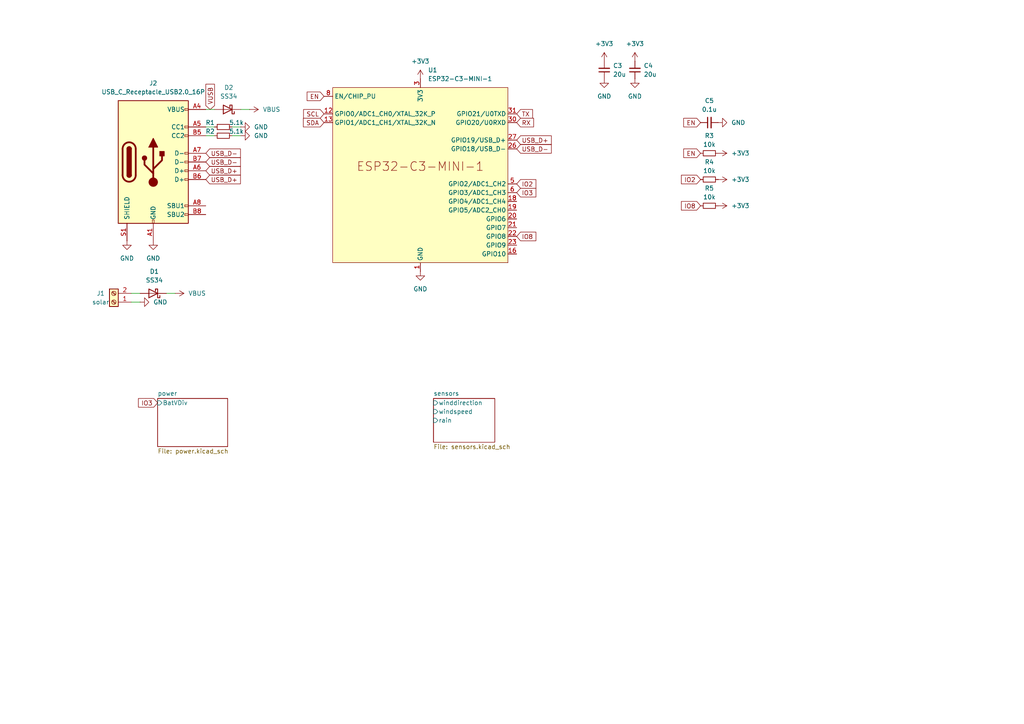
<source format=kicad_sch>
(kicad_sch (version 20231120) (generator "eeschema") (generator_version "8.0")
  (paper "A4")
  (lib_symbols
    (symbol "Connector:Screw_Terminal_01x02" (pin_names (offset 1.016) hide)
      (property "Reference" "J" (at 0 2.54 0))
      (property "Value" "Screw_Terminal_01x02" (at 0 -5.08 0))
      (symbol "Screw_Terminal_01x02_1_1"
        (rectangle (start -1.27 1.27) (end 1.27 -3.81) (stroke (width 0.254)) (fill (type background)))
        (circle (center 0 -2.54) (radius 0.635) (stroke (width 0.1524)))
        (polyline (pts (xy -0.5334 -2.2098) (xy 0.3302 -3.048)) (stroke (width 0.1524)))
        (polyline (pts (xy -0.5334 0.3302) (xy 0.3302 -0.508)) (stroke (width 0.1524)))
        (polyline (pts (xy -0.3556 -2.032) (xy 0.508 -2.8702)) (stroke (width 0.1524)))
        (polyline (pts (xy -0.3556 0.508) (xy 0.508 -0.3302)) (stroke (width 0.1524)))
        (circle (center 0 0) (radius 0.635) (stroke (width 0.1524)))
        (pin passive line (at -5.08 0 0) (length 3.81) (name "Pin_1") (number "1"))
        (pin passive line (at -5.08 -2.54 0) (length 3.81) (name "Pin_2") (number "2"))
      )
    )
    (symbol "Connector:USB_C_Receptacle_USB2.0_16P" (pin_names (offset 1.016))
      (property "Reference" "J" (at 0 22.225 0))
      (property "Value" "USB_C_Receptacle_USB2.0_16P" (at 0 19.685 0))
      (symbol "USB_C_Receptacle_USB2.0_16P_0_0"
        (rectangle (start -0.254 -17.78) (end 0.254 -16.764))
        (rectangle (start 10.16 -14.986) (end 9.144 -15.494))
        (rectangle (start 10.16 -12.446) (end 9.144 -12.954))
        (rectangle (start 10.16 -4.826) (end 9.144 -5.334))
        (rectangle (start 10.16 -2.286) (end 9.144 -2.794))
        (rectangle (start 10.16 0.254) (end 9.144 -0.254))
        (rectangle (start 10.16 2.794) (end 9.144 2.286))
        (rectangle (start 10.16 7.874) (end 9.144 7.366))
        (rectangle (start 10.16 10.414) (end 9.144 9.906))
        (rectangle (start 10.16 15.494) (end 9.144 14.986))
      )
      (symbol "USB_C_Receptacle_USB2.0_16P_0_1"
        (rectangle (start -10.16 17.78) (end 10.16 -17.78) (stroke (width 0.254)) (fill (type background)))
        (arc (start -8.89 -3.81) (mid -6.985 -5.7067) (end -5.08 -3.81) (stroke (width 0.508)))
        (arc (start -7.62 -3.81) (mid -6.985 -4.4423) (end -6.35 -3.81) (stroke (width 0.254)))
        (arc (start -7.62 -3.81) (mid -6.985 -4.4423) (end -6.35 -3.81) (stroke (width 0.254)) (fill (type outline)))
        (rectangle (start -7.62 -3.81) (end -6.35 3.81) (stroke (width 0.254)) (fill (type outline)))
        (arc (start -6.35 3.81) (mid -6.985 4.4423) (end -7.62 3.81) (stroke (width 0.254)))
        (arc (start -6.35 3.81) (mid -6.985 4.4423) (end -7.62 3.81) (stroke (width 0.254)) (fill (type outline)))
        (arc (start -5.08 3.81) (mid -6.985 5.7067) (end -8.89 3.81) (stroke (width 0.508)))
        (circle (center -2.54 1.143) (radius 0.635) (stroke (width 0.254)) (fill (type outline)))
        (circle (center 0 -5.842) (radius 1.27) (fill (type outline)))
        (polyline (pts (xy -8.89 -3.81) (xy -8.89 3.81)) (stroke (width 0.508)))
        (polyline (pts (xy -5.08 3.81) (xy -5.08 -3.81)) (stroke (width 0.508)))
        (polyline (pts (xy 0 -5.842) (xy 0 4.318)) (stroke (width 0.508)))
        (polyline (pts (xy 0 -3.302) (xy -2.54 -0.762) (xy -2.54 0.508)) (stroke (width 0.508)))
        (polyline (pts (xy 0 -2.032) (xy 2.54 0.508) (xy 2.54 1.778)) (stroke (width 0.508)))
        (polyline (pts (xy -1.27 4.318) (xy 0 6.858) (xy 1.27 4.318) (xy -1.27 4.318)) (stroke (width 0.254)) (fill (type outline)))
        (rectangle (start 1.905 1.778) (end 3.175 3.048) (stroke (width 0.254)) (fill (type outline)))
      )
      (symbol "USB_C_Receptacle_USB2.0_16P_1_1"
        (pin passive line (at 0 -22.86 90) (length 5.08) (name "GND") (number "A1"))
        (pin passive line (at 0 -22.86 90) (length 5.08) hide (name "GND") (number "A12"))
        (pin passive line (at 15.24 15.24 180) (length 5.08) (name "VBUS") (number "A4"))
        (pin bidirectional line (at 15.24 10.16 180) (length 5.08) (name "CC1") (number "A5"))
        (pin bidirectional line (at 15.24 -2.54 180) (length 5.08) (name "D+") (number "A6"))
        (pin bidirectional line (at 15.24 2.54 180) (length 5.08) (name "D-") (number "A7"))
        (pin bidirectional line (at 15.24 -12.7 180) (length 5.08) (name "SBU1") (number "A8"))
        (pin passive line (at 15.24 15.24 180) (length 5.08) hide (name "VBUS") (number "A9"))
        (pin passive line (at 0 -22.86 90) (length 5.08) hide (name "GND") (number "B1"))
        (pin passive line (at 0 -22.86 90) (length 5.08) hide (name "GND") (number "B12"))
        (pin passive line (at 15.24 15.24 180) (length 5.08) hide (name "VBUS") (number "B4"))
        (pin bidirectional line (at 15.24 7.62 180) (length 5.08) (name "CC2") (number "B5"))
        (pin bidirectional line (at 15.24 -5.08 180) (length 5.08) (name "D+") (number "B6"))
        (pin bidirectional line (at 15.24 0 180) (length 5.08) (name "D-") (number "B7"))
        (pin bidirectional line (at 15.24 -15.24 180) (length 5.08) (name "SBU2") (number "B8"))
        (pin passive line (at 15.24 15.24 180) (length 5.08) hide (name "VBUS") (number "B9"))
        (pin passive line (at -7.62 -22.86 90) (length 5.08) (name "SHIELD") (number "S1"))
      )
    )
    (symbol "Device:C_Small" (pin_numbers hide) (pin_names (offset 0.254) hide)
      (property "Reference" "C" (at 0.254 1.778 0))
      (property "Value" "C_Small" (at 0.254 -2.032 0))
      (symbol "C_Small_0_1"
        (polyline (pts (xy -1.524 -0.508) (xy 1.524 -0.508)) (stroke (width 0.3302)))
        (polyline (pts (xy -1.524 0.508) (xy 1.524 0.508)) (stroke (width 0.3048)))
      )
      (symbol "C_Small_1_1"
        (pin passive line (at 0 2.54 270) (length 2.032) (name "~") (number "1"))
        (pin passive line (at 0 -2.54 90) (length 2.032) (name "~") (number "2"))
      )
    )
    (symbol "Device:R_Small" (pin_numbers hide) (pin_names (offset 0.254) hide)
      (property "Reference" "R" (at 0.762 0.508 0))
      (property "Value" "R_Small" (at 0.762 -1.016 0))
      (symbol "R_Small_0_1"
        (rectangle (start -0.762 1.778) (end 0.762 -1.778) (stroke (width 0.2032)))
      )
      (symbol "R_Small_1_1"
        (pin passive line (at 0 2.54 270) (length 0.762) (name "~") (number "1"))
        (pin passive line (at 0 -2.54 90) (length 0.762) (name "~") (number "2"))
      )
    )
    (symbol "Diode:SS34" (pin_numbers hide) (pin_names (offset 1.016) hide)
      (property "Reference" "D" (at 0 2.54 0))
      (property "Value" "SS34" (at 0 -2.54 0))
      (symbol "SS34_0_1"
        (polyline (pts (xy 1.27 0) (xy -1.27 0)))
        (polyline (pts (xy 1.27 1.27) (xy 1.27 -1.27) (xy -1.27 0) (xy 1.27 1.27)) (stroke (width 0.254)))
        (polyline (pts (xy -1.905 0.635) (xy -1.905 1.27) (xy -1.27 1.27) (xy -1.27 -1.27) (xy -0.635 -1.27) (xy -0.635 -0.635)) (stroke (width 0.254)))
      )
      (symbol "SS34_1_1"
        (pin passive line (at -3.81 0 0) (length 2.54) (name "K") (number "1"))
        (pin passive line (at 3.81 0 180) (length 2.54) (name "A") (number "2"))
      )
    )
    (symbol "PCM_Espressif:ESP32-C3-MINI-1"
      (property "Reference" "U" (at -25.4 30.48 0))
      (property "Value" "ESP32-C3-MINI-1" (at -25.4 27.94 0))
      (symbol "ESP32-C3-MINI-1_0_0"
        (text "ESP32-C3-MINI-1" (at 0 2.54 0) (effects (font (size 2.54 2.54))))
      )
      (symbol "ESP32-C3-MINI-1_0_1"
        (rectangle (start -25.4 25.4) (end 25.4 -25.4) (fill (type background)))
      )
      (symbol "ESP32-C3-MINI-1_1_1"
        (pin power_in line (at 0 -27.94 90) (length 2.54) (name "GND") (number "1"))
        (pin no_connect line (at -25.4 2.54 0) (length 2.54) hide (name "NC") (number "10"))
        (pin passive line (at 0 -27.94 90) (length 2.54) hide (name "GND") (number "11"))
        (pin bidirectional line (at -27.94 17.78 0) (length 2.54) (name "GPIO0/ADC1_CH0/XTAL_32K_P") (number "12"))
        (pin bidirectional line (at -27.94 15.24 0) (length 2.54) (name "GPIO1/ADC1_CH1/XTAL_32K_N") (number "13"))
        (pin passive line (at 0 -27.94 90) (length 2.54) hide (name "GND") (number "14"))
        (pin no_connect line (at -25.4 0 0) (length 2.54) hide (name "NC") (number "15"))
        (pin bidirectional line (at 27.94 -22.86 180) (length 2.54) (name "GPIO10") (number "16"))
        (pin no_connect line (at -25.4 -2.54 0) (length 2.54) hide (name "NC") (number "17"))
        (pin bidirectional line (at 27.94 -7.62 180) (length 2.54) (name "GPIO4/ADC1_CH4") (number "18"))
        (pin bidirectional line (at 27.94 -10.16 180) (length 2.54) (name "GPIO5/ADC2_CH0") (number "19"))
        (pin passive line (at 0 -27.94 90) (length 2.54) hide (name "GND") (number "2"))
        (pin bidirectional line (at 27.94 -12.7 180) (length 2.54) (name "GPIO6") (number "20"))
        (pin bidirectional line (at 27.94 -15.24 180) (length 2.54) (name "GPIO7") (number "21"))
        (pin bidirectional line (at 27.94 -17.78 180) (length 2.54) (name "GPIO8") (number "22"))
        (pin bidirectional line (at 27.94 -20.32 180) (length 2.54) (name "GPIO9") (number "23"))
        (pin no_connect line (at -25.4 -5.08 0) (length 2.54) hide (name "NC") (number "24"))
        (pin no_connect line (at -25.4 -7.62 0) (length 2.54) hide (name "NC") (number "25"))
        (pin bidirectional line (at 27.94 7.62 180) (length 2.54) (name "GPIO18/USB_D-") (number "26"))
        (pin bidirectional line (at 27.94 10.16 180) (length 2.54) (name "GPIO19/USB_D+") (number "27"))
        (pin no_connect line (at -25.4 -10.16 0) (length 2.54) hide (name "NC") (number "28"))
        (pin no_connect line (at -25.4 -12.7 0) (length 2.54) hide (name "NC") (number "29"))
        (pin power_in line (at 0 27.94 270) (length 2.54) (name "3V3") (number "3"))
        (pin bidirectional line (at 27.94 15.24 180) (length 2.54) (name "GPIO20/U0RXD") (number "30"))
        (pin bidirectional line (at 27.94 17.78 180) (length 2.54) (name "GPIO21/U0TXD") (number "31"))
        (pin no_connect line (at -25.4 -15.24 0) (length 2.54) hide (name "NC") (number "32"))
        (pin no_connect line (at -25.4 -17.78 0) (length 2.54) hide (name "NC") (number "33"))
        (pin no_connect line (at -25.4 -20.32 0) (length 2.54) hide (name "NC") (number "34"))
        (pin no_connect line (at -25.4 -22.86 0) (length 2.54) hide (name "NC") (number "35"))
        (pin passive line (at 0 -27.94 90) (length 2.54) hide (name "GND") (number "36"))
        (pin passive line (at 0 -27.94 90) (length 2.54) hide (name "GND") (number "37"))
        (pin passive line (at 0 -27.94 90) (length 2.54) hide (name "GND") (number "38"))
        (pin passive line (at 0 -27.94 90) (length 2.54) hide (name "GND") (number "39"))
        (pin no_connect line (at -25.4 10.16 0) (length 2.54) hide (name "NC") (number "4"))
        (pin passive line (at 0 -27.94 90) (length 2.54) hide (name "GND") (number "40"))
        (pin passive line (at 0 -27.94 90) (length 2.54) hide (name "GND") (number "41"))
        (pin passive line (at 0 -27.94 90) (length 2.54) hide (name "GND") (number "42"))
        (pin passive line (at 0 -27.94 90) (length 2.54) hide (name "GND") (number "43"))
        (pin passive line (at 0 -27.94 90) (length 2.54) hide (name "GND") (number "44"))
        (pin passive line (at 0 -27.94 90) (length 2.54) hide (name "GND") (number "45"))
        (pin passive line (at 0 -27.94 90) (length 2.54) hide (name "GND") (number "46"))
        (pin passive line (at 0 -27.94 90) (length 2.54) hide (name "GND") (number "47"))
        (pin passive line (at 0 -27.94 90) (length 2.54) hide (name "GND") (number "48"))
        (pin passive line (at 0 -27.94 90) (length 2.54) hide (name "GND") (number "49"))
        (pin bidirectional line (at 27.94 -2.54 180) (length 2.54) (name "GPIO2/ADC1_CH2") (number "5"))
        (pin passive line (at 0 -27.94 90) (length 2.54) hide (name "GND") (number "50"))
        (pin passive line (at 0 -27.94 90) (length 2.54) hide (name "GND") (number "51"))
        (pin passive line (at 0 -27.94 90) (length 2.54) hide (name "GND") (number "52"))
        (pin passive line (at 0 -27.94 90) (length 2.54) hide (name "GND") (number "53"))
        (pin bidirectional line (at 27.94 -5.08 180) (length 2.54) (name "GPIO3/ADC1_CH3") (number "6"))
        (pin no_connect line (at -25.4 7.62 0) (length 2.54) hide (name "NC") (number "7"))
        (pin input line (at -27.94 22.86 0) (length 2.54) (name "EN/CHIP_PU") (number "8"))
        (pin no_connect line (at -25.4 5.08 0) (length 2.54) hide (name "NC") (number "9"))
      )
    )
    (symbol "power:+3V3" (power) (pin_numbers hide) (pin_names (offset 0) hide)
      (property "Value" "+3V3" (at 0 3.556 0))
      (symbol "+3V3_0_1"
        (polyline (pts (xy -0.762 1.27) (xy 0 2.54)))
        (polyline (pts (xy 0 0) (xy 0 2.54)))
        (polyline (pts (xy 0 2.54) (xy 0.762 1.27)))
      )
      (symbol "+3V3_1_1"
        (pin power_in line (at 0 0 90) (length 0) (name "~") (number "1"))
      )
    )
    (symbol "power:GND" (power) (pin_numbers hide) (pin_names (offset 0) hide)
      (property "Value" "GND" (at 0 -3.81 0))
      (symbol "GND_0_1"
        (polyline (pts (xy 0 0) (xy 0 -1.27) (xy 1.27 -1.27) (xy 0 -2.54) (xy -1.27 -1.27) (xy 0 -1.27)))
      )
      (symbol "GND_1_1"
        (pin power_in line (at 0 0 270) (length 0) (name "~") (number "1"))
      )
    )
    (symbol "power:VBUS" (power) (pin_numbers hide) (pin_names (offset 0) hide)
      (property "Value" "VBUS" (at 0 3.556 0))
      (symbol "VBUS_0_1"
        (polyline (pts (xy -0.762 1.27) (xy 0 2.54)))
        (polyline (pts (xy 0 0) (xy 0 2.54)))
        (polyline (pts (xy 0 2.54) (xy 0.762 1.27)))
      )
      (symbol "VBUS_1_1"
        (pin power_in line (at 0 0 90) (length 0) (name "~") (number "1"))
      )
    )
  )
  (wire (pts (xy 69.85 39.37) (xy 67.31 39.37)))
  (wire (pts (xy 50.8 85.09) (xy 48.26 85.09)))
  (wire (pts (xy 72.39 31.75) (xy 69.85 31.75)))
  (wire (pts (xy 69.85 36.83) (xy 67.31 36.83)))
  (wire (pts (xy 62.23 36.83) (xy 59.69 36.83)))
  (wire (pts (xy 62.23 31.75) (xy 59.69 31.75)))
  (wire (pts (xy 62.23 39.37) (xy 59.69 39.37)))
  (wire (pts (xy 40.64 85.09) (xy 38.1 85.09)))
  (wire (pts (xy 40.64 87.63) (xy 38.1 87.63)))
  (global_label "RX" (shape input) (at 149.86 35.56 0) (property "Intersheetrefs" "${INTERSHEET_REFS}" (effects (hide yes))))
  (global_label "IO8" (shape input) (at 203.2 59.69 180) (property "Intersheetrefs" "${INTERSHEET_REFS}" (effects (hide yes))))
  (global_label "USB_D-" (shape input) (at 149.86 43.18 0) (property "Intersheetrefs" "${INTERSHEET_REFS}" (effects (hide yes))))
  (global_label "VUSB" (shape input) (at 60.96 31.75 90) (property "Intersheetrefs" "${INTERSHEET_REFS}" (effects (hide yes))))
  (global_label "USB_D+" (shape input) (at 149.86 40.64 0) (property "Intersheetrefs" "${INTERSHEET_REFS}" (effects (hide yes))))
  (global_label "USB_D+" (shape input) (at 59.69 49.53 0) (property "Intersheetrefs" "${INTERSHEET_REFS}" (effects (hide yes))))
  (global_label "EN" (shape input) (at 93.98 27.94 180) (property "Intersheetrefs" "${INTERSHEET_REFS}" (effects (hide yes))))
  (global_label "EN" (shape input) (at 203.2 35.56 180) (property "Intersheetrefs" "${INTERSHEET_REFS}" (effects (hide yes))))
  (global_label "IO2" (shape input) (at 203.2 52.07 180) (property "Intersheetrefs" "${INTERSHEET_REFS}" (effects (hide yes))))
  (global_label "SCL" (shape input) (at 93.98 33.02 180) (property "Intersheetrefs" "${INTERSHEET_REFS}" (effects (hide yes))))
  (global_label "EN" (shape input) (at 203.2 44.45 180) (property "Intersheetrefs" "${INTERSHEET_REFS}" (effects (hide yes))))
  (global_label "USB_D-" (shape input) (at 59.69 44.45 0) (property "Intersheetrefs" "${INTERSHEET_REFS}" (effects (hide yes))))
  (global_label "IO2" (shape input) (at 149.86 53.34 0) (property "Intersheetrefs" "${INTERSHEET_REFS}" (effects (hide yes))))
  (global_label "IO8" (shape input) (at 149.86 68.58 0) (property "Intersheetrefs" "${INTERSHEET_REFS}" (effects (hide yes))))
  (global_label "USB_D+" (shape input) (at 59.69 52.07 0) (property "Intersheetrefs" "${INTERSHEET_REFS}" (effects (hide yes))))
  (global_label "SDA" (shape input) (at 93.98 35.56 180) (property "Intersheetrefs" "${INTERSHEET_REFS}" (effects (hide yes))))
  (global_label "IO3" (shape input) (at 149.86 55.88 0) (property "Intersheetrefs" "${INTERSHEET_REFS}" (effects (hide yes))))
  (global_label "IO3" (shape input) (at 45.72 116.84 180) (property "Intersheetrefs" "${INTERSHEET_REFS}" (effects (hide yes))))
  (global_label "USB_D-" (shape input) (at 59.69 46.99 0) (property "Intersheetrefs" "${INTERSHEET_REFS}" (effects (hide yes))))
  (global_label "TX" (shape input) (at 149.86 33.02 0) (property "Intersheetrefs" "${INTERSHEET_REFS}" (effects (hide yes))))
  (symbol (lib_id "power:GND") (at 208.28 35.56 90) (unit 1)
    (property "Reference" "#PWR016" (effects (hide yes)))
    (property "Value" "GND" (at 212.09 35.5599 90) (effects (justify right)))
    (property "Description" "Power symbol creates a global label with name \"GND\" , ground" (effects (hide yes)))
  )
  (symbol (lib_id "Device:R_Small") (at 205.74 44.45 90) (unit 1)
    (property "Reference" "R3" (at 205.74 39.37 90))
    (property "Value" "10k" (at 205.74 41.91 90))
    (property "Footprint" "Resistor_SMD:R_0603_1608Metric" (effects (hide yes)))
    (property "Description" "Resistor, small symbol" (effects (hide yes)))
  )
  (symbol (lib_id "power:GND") (at 184.15 22.86 0) (unit 1)
    (property "Reference" "#PWR015" (effects (hide yes)))
    (property "Value" "GND" (at 184.15 27.94 0))
    (property "Description" "Power symbol creates a global label with name \"GND\" , ground" (effects (hide yes)))
  )
  (symbol (lib_id "Device:C_Small") (at 205.74 35.56 90) (unit 1)
    (property "Reference" "C5" (at 205.7463 29.21 90))
    (property "Value" "0.1u" (at 205.7463 31.75 90))
    (property "Footprint" "Capacitor_SMD:C_0603_1608Metric" (effects (hide yes)))
    (property "Description" "Unpolarized capacitor, small symbol" (effects (hide yes)))
  )
  (symbol (lib_id "power:GND") (at 69.85 39.37 90) (unit 1)
    (property "Reference" "#PWR06" (effects (hide yes)))
    (property "Value" "GND" (at 73.66 39.37 90) (effects (justify right)))
  )
  (symbol (lib_id "power:+3V3") (at 208.28 59.69 270) (unit 1)
    (property "Reference" "#PWR019" (effects (hide yes)))
    (property "Value" "+3V3" (at 212.09 59.6899 90) (effects (justify left)))
    (property "Description" "Power symbol creates a global label with name \"+3V3\"" (effects (hide yes)))
  )
  (symbol (lib_id "Connector:USB_C_Receptacle_USB2.0_16P") (at 44.45 46.99 0) (unit 1)
    (property "Reference" "J2" (at 44.45 24.13 0))
    (property "Value" "USB_C_Receptacle_USB2.0_16P" (at 44.45 26.67 0))
    (property "Footprint" "Connector_USB:USB_C_Receptacle_GCT_USB4105-xx-A_16P_TopMnt_Horizontal" (effects (hide yes)))
    (property "Datasheet" "https://www.usb.org/sites/default/files/documents/usb_type-c.zip" (effects (hide yes)))
    (property "Description" "USB 2.0-only 16P Type-C Receptacle connector" (effects (hide yes)))
  )
  (symbol (lib_id "Device:R_Small") (at 205.74 52.07 90) (unit 1)
    (property "Reference" "R4" (at 205.74 46.99 90))
    (property "Value" "10k" (at 205.74 49.53 90))
    (property "Footprint" "Resistor_SMD:R_0603_1608Metric" (effects (hide yes)))
    (property "Description" "Resistor, small symbol" (effects (hide yes)))
  )
  (symbol (lib_id "Diode:SS34") (at 66.04 31.75 180) (unit 1)
    (property "Reference" "D2" (at 66.3575 25.4 0))
    (property "Value" "SS34" (at 66.3575 27.94 0))
    (property "Footprint" "Diode_SMD:D_SMA" (effects (hide yes)))
    (property "Datasheet" "https://www.vishay.com/docs/88751/ss32.pdf" (effects (hide yes)))
    (property "Description" "40V 3A Schottky Diode, SMA" (effects (hide yes)))
  )
  (symbol (lib_id "power:GND") (at 36.83 69.85 0) (unit 1)
    (property "Reference" "#PWR01" (effects (hide yes)))
    (property "Value" "GND" (at 36.83 74.93 0))
    (property "Description" "Power symbol creates a global label with name \"GND\" , ground" (effects (hide yes)))
  )
  (symbol (lib_id "Device:R_Small") (at 64.77 39.37 90) (unit 1)
    (property "Reference" "R2" (at 60.96 38.1 90))
    (property "Value" "5.1k" (at 68.58 38.1 90))
    (property "Footprint" "Resistor_SMD:R_0603_1608Metric" (effects (hide yes)))
  )
  (symbol (lib_id "Connector:Screw_Terminal_01x02") (at 33.02 87.63 180) (unit 1)
    (property "Reference" "J1" (at 29.21 85.09 0))
    (property "Value" "solar" (at 29.21 87.63 0))
    (property "Footprint" "Connector_Phoenix_MC:PhoenixContact_MC_1,5_2-G-3.5_1x02_P3.50mm_Horizontal" (effects (hide yes)))
    (property "Description" "Generic screw terminal, single row, 01x02, script generated (kicad-library-utils/schlib/autogen/connector/)" (effects (hide yes)))
  )
  (symbol (lib_id "Device:R_Small") (at 64.77 36.83 90) (unit 1)
    (property "Reference" "R1" (at 60.96 35.56 90))
    (property "Value" "5.1k" (at 68.58 35.56 90))
    (property "Footprint" "Resistor_SMD:R_0603_1608Metric" (effects (hide yes)))
  )
  (symbol (lib_id "power:+3V3") (at 208.28 44.45 270) (unit 1)
    (property "Reference" "#PWR017" (effects (hide yes)))
    (property "Value" "+3V3" (at 212.09 44.4499 90) (effects (justify left)))
    (property "Description" "Power symbol creates a global label with name \"+3V3\"" (effects (hide yes)))
  )
  (symbol (lib_id "Device:C_Small") (at 175.26 20.32 180) (unit 1)
    (property "Reference" "C3" (at 177.8 19.0435 0) (effects (justify right)))
    (property "Value" "20u" (at 177.8 21.5835 0) (effects (justify right)))
    (property "Footprint" "Capacitor_SMD:C_0603_1608Metric" (effects (hide yes)))
    (property "Description" "Unpolarized capacitor, small symbol" (effects (hide yes)))
  )
  (symbol (lib_id "power:+3V3") (at 121.92 22.86 0) (unit 1)
    (property "Reference" "#PWR010" (effects (hide yes)))
    (property "Value" "+3V3" (at 121.92 17.78 0))
    (property "Description" "Power symbol creates a global label with name \"+3V3\"" (effects (hide yes)))
  )
  (symbol (lib_id "power:+3V3") (at 184.15 17.78 0) (unit 1)
    (property "Reference" "#PWR014" (effects (hide yes)))
    (property "Value" "+3V3" (at 184.15 12.7 0))
    (property "Description" "Power symbol creates a global label with name \"+3V3\"" (effects (hide yes)))
  )
  (symbol (lib_id "Device:C_Small") (at 184.15 20.32 180) (unit 1)
    (property "Reference" "C4" (at 186.69 19.0435 0) (effects (justify right)))
    (property "Value" "20u" (at 186.69 21.5835 0) (effects (justify right)))
    (property "Footprint" "Capacitor_SMD:C_0603_1608Metric" (effects (hide yes)))
    (property "Description" "Unpolarized capacitor, small symbol" (effects (hide yes)))
  )
  (symbol (lib_id "Diode:SS34") (at 44.45 85.09 180) (unit 1)
    (property "Reference" "D1" (at 44.7675 78.74 0))
    (property "Value" "SS34" (at 44.7675 81.28 0))
    (property "Footprint" "Diode_SMD:D_SMA" (effects (hide yes)))
    (property "Datasheet" "https://www.vishay.com/docs/88751/ss32.pdf" (effects (hide yes)))
    (property "Description" "40V 3A Schottky Diode, SMA" (effects (hide yes)))
  )
  (symbol (lib_id "power:GND") (at 40.64 87.63 90) (unit 1)
    (property "Reference" "#PWR02" (effects (hide yes)))
    (property "Value" "GND" (at 44.45 87.6299 90) (effects (justify right)))
    (property "Description" "Power symbol creates a global label with name \"GND\" , ground" (effects (hide yes)))
  )
  (symbol (lib_id "power:+3V3") (at 175.26 17.78 0) (unit 1)
    (property "Reference" "#PWR012" (effects (hide yes)))
    (property "Value" "+3V3" (at 175.26 12.7 0))
    (property "Description" "Power symbol creates a global label with name \"+3V3\"" (effects (hide yes)))
  )
  (symbol (lib_id "power:GND") (at 175.26 22.86 0) (unit 1)
    (property "Reference" "#PWR013" (effects (hide yes)))
    (property "Value" "GND" (at 175.26 27.94 0))
    (property "Description" "Power symbol creates a global label with name \"GND\" , ground" (effects (hide yes)))
  )
  (symbol (lib_id "power:+3V3") (at 208.28 52.07 270) (unit 1)
    (property "Reference" "#PWR018" (effects (hide yes)))
    (property "Value" "+3V3" (at 212.09 52.0699 90) (effects (justify left)))
    (property "Description" "Power symbol creates a global label with name \"+3V3\"" (effects (hide yes)))
  )
  (symbol (lib_id "power:GND") (at 44.45 69.85 0) (unit 1)
    (property "Reference" "#PWR03" (effects (hide yes)))
    (property "Value" "GND" (at 44.45 74.93 0))
    (property "Description" "Power symbol creates a global label with name \"GND\" , ground" (effects (hide yes)))
  )
  (symbol (lib_id "power:VBUS") (at 72.39 31.75 270) (unit 1)
    (property "Reference" "#PWR08" (effects (hide yes)))
    (property "Value" "VBUS" (at 76.2 31.7499 90) (effects (justify left)))
    (property "Description" "Power symbol creates a global label with name \"VBUS\"" (effects (hide yes)))
  )
  (symbol (lib_id "power:GND") (at 69.85 36.83 90) (unit 1)
    (property "Reference" "#PWR05" (effects (hide yes)))
    (property "Value" "GND" (at 73.66 36.83 90) (effects (justify right)))
  )
  (symbol (lib_id "power:VBUS") (at 50.8 85.09 270) (unit 1)
    (property "Reference" "#PWR04" (effects (hide yes)))
    (property "Value" "VBUS" (at 54.61 85.0899 90) (effects (justify left)))
    (property "Description" "Power symbol creates a global label with name \"VBUS\"" (effects (hide yes)))
  )
  (symbol (lib_id "Device:R_Small") (at 205.74 59.69 90) (unit 1)
    (property "Reference" "R5" (at 205.74 54.61 90))
    (property "Value" "10k" (at 205.74 57.15 90))
    (property "Footprint" "Resistor_SMD:R_0603_1608Metric" (effects (hide yes)))
    (property "Description" "Resistor, small symbol" (effects (hide yes)))
  )
  (symbol (lib_id "power:GND") (at 121.92 78.74 0) (unit 1)
    (property "Reference" "#PWR011" (effects (hide yes)))
    (property "Value" "GND" (at 121.92 83.82 0))
    (property "Description" "Power symbol creates a global label with name \"GND\" , ground" (effects (hide yes)))
  )
  (symbol (lib_id "PCM_Espressif:ESP32-C3-MINI-1") (at 121.92 50.8 0) (unit 1)
    (property "Reference" "U1" (at 124.1141 20.32 0) (effects (justify left)))
    (property "Value" "ESP32-C3-MINI-1" (at 124.1141 22.86 0) (effects (justify left)))
    (property "Footprint" "PCM_Espressif:ESP32-C3-MINI-1" (effects (hide yes)))
    (property "Datasheet" "https://www.espressif.com/sites/default/files/documentation/esp32-c3-mini-1_datasheet_en.pdf" (effects (hide yes)))
    (property "Description" "ESP32-C3-MINI-1 family is an ultra-low-power MCU-based SoC solution that supports 2.4 GHz Wi-Fi and Bluetooth®Low Energy (Bluetooth LE)." (effects (hide yes)))
  )
  (sheet (at 45.72 115.57) (size 20.32 13.97) (stroke (width 0.1524))
    (property "Sheetname" "power" (at 45.72 114.8584 0) (effects (justify left bottom)))
    (property "Sheetfile" "power.kicad_sch" (at 45.72 130.1246 0) (effects (justify left top)))
    (pin "BatVDiv" input (at 45.72 116.84 180))
  )
  (sheet (at 125.73 115.57) (size 17.78 12.7) (stroke (width 0.1524))
    (property "Sheetname" "sensors" (at 125.73 114.8584 0) (effects (justify left bottom)))
    (property "Sheetfile" "sensors.kicad_sch" (at 125.73 128.8546 0) (effects (justify left top)))
    (pin "winddirection" input (at 125.73 116.84 180))
    (pin "rain" input (at 125.73 121.92 180))
    (pin "windspeed" input (at 125.73 119.38 180))
  )
)
</source>
